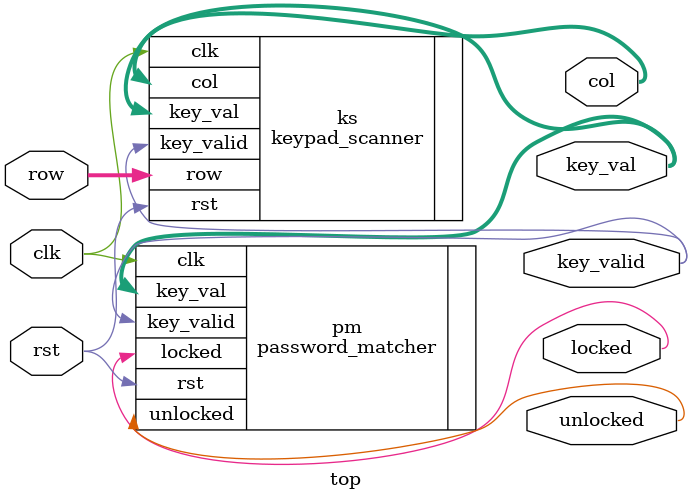
<source format=v>
module top (
    input clk, rst,
    input [3:0] row,
    output [3:0] col,
    output [3:0] key_val,
    output key_valid,
    output unlocked,
    output locked
);
    keypad_scanner ks (
        .clk(clk), .rst(rst), .row(row), .col(col),
        .key_val(key_val), .key_valid(key_valid)
    );
    password_matcher pm (
        .clk(clk), .rst(rst), .key_val(key_val), .key_valid(key_valid),
        .unlocked(unlocked), .locked(locked)
    );
endmodule

</source>
